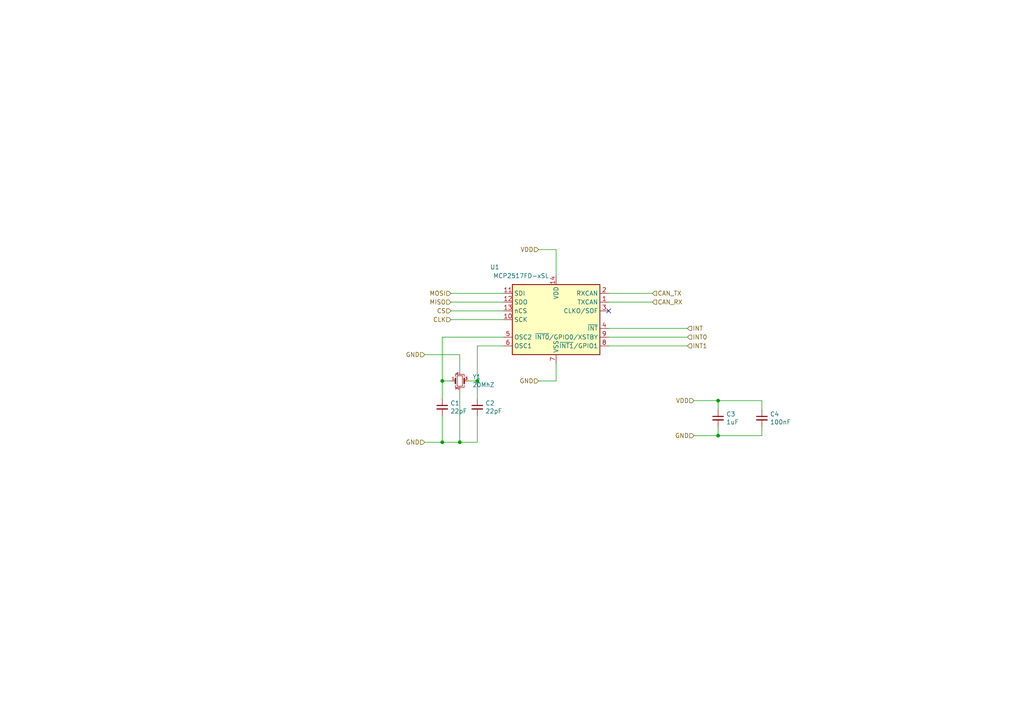
<source format=kicad_sch>
(kicad_sch (version 20211123) (generator eeschema)

  (uuid 1895faed-13c7-4877-930c-ef39a1d7419c)

  (paper "A4")

  (lib_symbols
    (symbol "Device:C_Small" (pin_numbers hide) (pin_names (offset 0.254) hide) (in_bom yes) (on_board yes)
      (property "Reference" "C" (id 0) (at 0.254 1.778 0)
        (effects (font (size 1.27 1.27)) (justify left))
      )
      (property "Value" "C_Small" (id 1) (at 0.254 -2.032 0)
        (effects (font (size 1.27 1.27)) (justify left))
      )
      (property "Footprint" "" (id 2) (at 0 0 0)
        (effects (font (size 1.27 1.27)) hide)
      )
      (property "Datasheet" "~" (id 3) (at 0 0 0)
        (effects (font (size 1.27 1.27)) hide)
      )
      (property "ki_keywords" "capacitor cap" (id 4) (at 0 0 0)
        (effects (font (size 1.27 1.27)) hide)
      )
      (property "ki_description" "Unpolarized capacitor, small symbol" (id 5) (at 0 0 0)
        (effects (font (size 1.27 1.27)) hide)
      )
      (property "ki_fp_filters" "C_*" (id 6) (at 0 0 0)
        (effects (font (size 1.27 1.27)) hide)
      )
      (symbol "C_Small_0_1"
        (polyline
          (pts
            (xy -1.524 -0.508)
            (xy 1.524 -0.508)
          )
          (stroke (width 0.3302) (type default) (color 0 0 0 0))
          (fill (type none))
        )
        (polyline
          (pts
            (xy -1.524 0.508)
            (xy 1.524 0.508)
          )
          (stroke (width 0.3048) (type default) (color 0 0 0 0))
          (fill (type none))
        )
      )
      (symbol "C_Small_1_1"
        (pin passive line (at 0 2.54 270) (length 2.032)
          (name "~" (effects (font (size 1.27 1.27))))
          (number "1" (effects (font (size 1.27 1.27))))
        )
        (pin passive line (at 0 -2.54 90) (length 2.032)
          (name "~" (effects (font (size 1.27 1.27))))
          (number "2" (effects (font (size 1.27 1.27))))
        )
      )
    )
    (symbol "Device:Crystal_GND24_Small" (pin_names (offset 1.016) hide) (in_bom yes) (on_board yes)
      (property "Reference" "Y" (id 0) (at 1.27 4.445 0)
        (effects (font (size 1.27 1.27)) (justify left))
      )
      (property "Value" "Crystal_GND24_Small" (id 1) (at 1.27 2.54 0)
        (effects (font (size 1.27 1.27)) (justify left))
      )
      (property "Footprint" "" (id 2) (at 0 0 0)
        (effects (font (size 1.27 1.27)) hide)
      )
      (property "Datasheet" "~" (id 3) (at 0 0 0)
        (effects (font (size 1.27 1.27)) hide)
      )
      (property "ki_keywords" "quartz ceramic resonator oscillator" (id 4) (at 0 0 0)
        (effects (font (size 1.27 1.27)) hide)
      )
      (property "ki_description" "Four pin crystal, GND on pins 2 and 4, small symbol" (id 5) (at 0 0 0)
        (effects (font (size 1.27 1.27)) hide)
      )
      (property "ki_fp_filters" "Crystal*" (id 6) (at 0 0 0)
        (effects (font (size 1.27 1.27)) hide)
      )
      (symbol "Crystal_GND24_Small_0_1"
        (rectangle (start -0.762 -1.524) (end 0.762 1.524)
          (stroke (width 0) (type default) (color 0 0 0 0))
          (fill (type none))
        )
        (polyline
          (pts
            (xy -1.27 -0.762)
            (xy -1.27 0.762)
          )
          (stroke (width 0.381) (type default) (color 0 0 0 0))
          (fill (type none))
        )
        (polyline
          (pts
            (xy 1.27 -0.762)
            (xy 1.27 0.762)
          )
          (stroke (width 0.381) (type default) (color 0 0 0 0))
          (fill (type none))
        )
        (polyline
          (pts
            (xy -1.27 -1.27)
            (xy -1.27 -1.905)
            (xy 1.27 -1.905)
            (xy 1.27 -1.27)
          )
          (stroke (width 0) (type default) (color 0 0 0 0))
          (fill (type none))
        )
        (polyline
          (pts
            (xy -1.27 1.27)
            (xy -1.27 1.905)
            (xy 1.27 1.905)
            (xy 1.27 1.27)
          )
          (stroke (width 0) (type default) (color 0 0 0 0))
          (fill (type none))
        )
      )
      (symbol "Crystal_GND24_Small_1_1"
        (pin passive line (at -2.54 0 0) (length 1.27)
          (name "1" (effects (font (size 1.27 1.27))))
          (number "1" (effects (font (size 0.762 0.762))))
        )
        (pin passive line (at 0 -2.54 90) (length 0.635)
          (name "2" (effects (font (size 1.27 1.27))))
          (number "2" (effects (font (size 0.762 0.762))))
        )
        (pin passive line (at 2.54 0 180) (length 1.27)
          (name "3" (effects (font (size 1.27 1.27))))
          (number "3" (effects (font (size 0.762 0.762))))
        )
        (pin passive line (at 0 2.54 270) (length 0.635)
          (name "4" (effects (font (size 1.27 1.27))))
          (number "4" (effects (font (size 0.762 0.762))))
        )
      )
    )
    (symbol "Interface_CAN_LIN:MCP2517FD-xSL" (in_bom yes) (on_board yes)
      (property "Reference" "U" (id 0) (at -12.7 12.7 0)
        (effects (font (size 1.27 1.27)) (justify left))
      )
      (property "Value" "MCP2517FD-xSL" (id 1) (at 2.54 12.7 0)
        (effects (font (size 1.27 1.27)) (justify left))
      )
      (property "Footprint" "Package_SO:SOIC-14_3.9x8.7mm_P1.27mm" (id 2) (at 0 -25.4 0)
        (effects (font (size 1.27 1.27)) hide)
      )
      (property "Datasheet" "https://ww1.microchip.com/downloads/en/DeviceDoc/20005688A.pdf" (id 3) (at 0 6.35 0)
        (effects (font (size 1.27 1.27)) hide)
      )
      (property "ki_keywords" "CAN FD Controller SPI" (id 4) (at 0 0 0)
        (effects (font (size 1.27 1.27)) hide)
      )
      (property "ki_description" "External CAN FD Controller with SPI Interface, SOIC-14" (id 5) (at 0 0 0)
        (effects (font (size 1.27 1.27)) hide)
      )
      (property "ki_fp_filters" "SOIC*3.9x8.7mm*P1.27mm*" (id 6) (at 0 0 0)
        (effects (font (size 1.27 1.27)) hide)
      )
      (symbol "MCP2517FD-xSL_0_1"
        (rectangle (start -12.7 10.16) (end 12.7 -10.16)
          (stroke (width 0.254) (type default) (color 0 0 0 0))
          (fill (type background))
        )
      )
      (symbol "MCP2517FD-xSL_1_1"
        (pin output line (at 15.24 5.08 180) (length 2.54)
          (name "TXCAN" (effects (font (size 1.27 1.27))))
          (number "1" (effects (font (size 1.27 1.27))))
        )
        (pin input line (at -15.24 0 0) (length 2.54)
          (name "SCK" (effects (font (size 1.27 1.27))))
          (number "10" (effects (font (size 1.27 1.27))))
        )
        (pin input line (at -15.24 7.62 0) (length 2.54)
          (name "SDI" (effects (font (size 1.27 1.27))))
          (number "11" (effects (font (size 1.27 1.27))))
        )
        (pin output line (at -15.24 5.08 0) (length 2.54)
          (name "SDO" (effects (font (size 1.27 1.27))))
          (number "12" (effects (font (size 1.27 1.27))))
        )
        (pin input line (at -15.24 2.54 0) (length 2.54)
          (name "nCS" (effects (font (size 1.27 1.27))))
          (number "13" (effects (font (size 1.27 1.27))))
        )
        (pin power_in line (at 0 12.7 270) (length 2.54)
          (name "VDD" (effects (font (size 1.27 1.27))))
          (number "14" (effects (font (size 1.27 1.27))))
        )
        (pin input line (at 15.24 7.62 180) (length 2.54)
          (name "RXCAN" (effects (font (size 1.27 1.27))))
          (number "2" (effects (font (size 1.27 1.27))))
        )
        (pin output line (at 15.24 2.54 180) (length 2.54)
          (name "CLKO/SOF" (effects (font (size 1.27 1.27))))
          (number "3" (effects (font (size 1.27 1.27))))
        )
        (pin output line (at 15.24 -2.54 180) (length 2.54)
          (name "~{INT}" (effects (font (size 1.27 1.27))))
          (number "4" (effects (font (size 1.27 1.27))))
        )
        (pin output line (at -15.24 -5.08 0) (length 2.54)
          (name "OSC2" (effects (font (size 1.27 1.27))))
          (number "5" (effects (font (size 1.27 1.27))))
        )
        (pin input line (at -15.24 -7.62 0) (length 2.54)
          (name "OSC1" (effects (font (size 1.27 1.27))))
          (number "6" (effects (font (size 1.27 1.27))))
        )
        (pin power_in line (at 0 -12.7 90) (length 2.54)
          (name "VSS" (effects (font (size 1.27 1.27))))
          (number "7" (effects (font (size 1.27 1.27))))
        )
        (pin bidirectional line (at 15.24 -7.62 180) (length 2.54)
          (name "~{INT1}/GPIO1" (effects (font (size 1.27 1.27))))
          (number "8" (effects (font (size 1.27 1.27))))
        )
        (pin bidirectional line (at 15.24 -5.08 180) (length 2.54)
          (name "~{INT0}/GPIO0/XSTBY" (effects (font (size 1.27 1.27))))
          (number "9" (effects (font (size 1.27 1.27))))
        )
      )
    )
  )

  (junction (at 208.28 126.365) (diameter 0) (color 0 0 0 0)
    (uuid 0fa14366-efdb-45ad-9787-636e7a6f6ddc)
  )
  (junction (at 133.35 128.27) (diameter 0) (color 0 0 0 0)
    (uuid 10a889f2-0c24-46d0-a6a2-0c51f473431a)
  )
  (junction (at 128.27 128.27) (diameter 0) (color 0 0 0 0)
    (uuid 1ee67d46-ad85-414e-8f37-6eef7a38b226)
  )
  (junction (at 138.43 110.49) (diameter 0) (color 0 0 0 0)
    (uuid 4276c345-4176-4a6e-9b90-33dd7813f6f0)
  )
  (junction (at 208.28 116.205) (diameter 0) (color 0 0 0 0)
    (uuid 726bb0e0-1c06-4da8-81d2-c7ffba9d2beb)
  )
  (junction (at 128.27 110.49) (diameter 0) (color 0 0 0 0)
    (uuid 9ed2e15b-03ba-4b88-a753-1e1977660cec)
  )

  (no_connect (at 176.53 90.17) (uuid 821fca9e-f9ec-4508-9739-a3885d949e04))

  (wire (pts (xy 161.29 72.39) (xy 161.29 80.01))
    (stroke (width 0) (type default) (color 0 0 0 0))
    (uuid 01bb289d-98dc-4453-9775-3b2bca754688)
  )
  (wire (pts (xy 128.27 110.49) (xy 128.27 97.79))
    (stroke (width 0) (type default) (color 0 0 0 0))
    (uuid 043f0640-4b92-4339-987d-1b2cfd6d7044)
  )
  (wire (pts (xy 138.43 100.33) (xy 146.05 100.33))
    (stroke (width 0) (type default) (color 0 0 0 0))
    (uuid 04815da8-c180-4c33-b44d-041f27a9b46b)
  )
  (wire (pts (xy 208.28 116.205) (xy 208.28 118.745))
    (stroke (width 0) (type default) (color 0 0 0 0))
    (uuid 0b21bf5b-6f8a-4ac9-a67d-d61f86ccbb88)
  )
  (wire (pts (xy 156.21 72.39) (xy 161.29 72.39))
    (stroke (width 0) (type default) (color 0 0 0 0))
    (uuid 109552c4-7e66-476b-b9e4-2c52113b50cf)
  )
  (wire (pts (xy 201.295 116.205) (xy 208.28 116.205))
    (stroke (width 0) (type default) (color 0 0 0 0))
    (uuid 1c0701ba-e2a0-45e5-8ede-275a1c3c841f)
  )
  (wire (pts (xy 208.28 126.365) (xy 220.98 126.365))
    (stroke (width 0) (type default) (color 0 0 0 0))
    (uuid 1c892eca-e6cf-4620-8e4b-1f2e72cabbd5)
  )
  (wire (pts (xy 176.53 100.33) (xy 199.39 100.33))
    (stroke (width 0) (type default) (color 0 0 0 0))
    (uuid 1eb1685a-69b8-4556-83db-122f351a0efd)
  )
  (wire (pts (xy 128.27 120.65) (xy 128.27 128.27))
    (stroke (width 0) (type default) (color 0 0 0 0))
    (uuid 201e60d0-1709-4e3d-b005-a34f7b11c012)
  )
  (wire (pts (xy 138.43 128.27) (xy 138.43 120.65))
    (stroke (width 0) (type default) (color 0 0 0 0))
    (uuid 2534b2f2-3ac3-4dfb-8cd0-a5b3987d3b29)
  )
  (wire (pts (xy 208.28 116.205) (xy 220.98 116.205))
    (stroke (width 0) (type default) (color 0 0 0 0))
    (uuid 380638c8-ebdd-4003-bc05-f7cce3005d9b)
  )
  (wire (pts (xy 130.81 92.71) (xy 146.05 92.71))
    (stroke (width 0) (type default) (color 0 0 0 0))
    (uuid 3c02877f-8023-432b-bed0-44a4f0e6182c)
  )
  (wire (pts (xy 138.43 115.57) (xy 138.43 110.49))
    (stroke (width 0) (type default) (color 0 0 0 0))
    (uuid 4039095e-ac8d-443e-8942-a11648d6411d)
  )
  (wire (pts (xy 208.28 123.825) (xy 208.28 126.365))
    (stroke (width 0) (type default) (color 0 0 0 0))
    (uuid 457bcc66-5fc8-4862-953f-4600ac181f09)
  )
  (wire (pts (xy 161.29 110.49) (xy 161.29 105.41))
    (stroke (width 0) (type default) (color 0 0 0 0))
    (uuid 472856f5-f0f6-491b-ae98-21259072fa5d)
  )
  (wire (pts (xy 189.23 85.09) (xy 176.53 85.09))
    (stroke (width 0) (type default) (color 0 0 0 0))
    (uuid 4d3db00d-c5f5-442f-be7d-4e206a0e1b43)
  )
  (wire (pts (xy 176.53 87.63) (xy 189.23 87.63))
    (stroke (width 0) (type default) (color 0 0 0 0))
    (uuid 50a5f007-e297-4de7-9303-f109e5e114ee)
  )
  (wire (pts (xy 133.35 113.03) (xy 133.35 128.27))
    (stroke (width 0) (type default) (color 0 0 0 0))
    (uuid 5a246f26-d872-44d9-8918-95f19fe9e148)
  )
  (wire (pts (xy 123.19 102.87) (xy 133.35 102.87))
    (stroke (width 0) (type default) (color 0 0 0 0))
    (uuid 5acef3dd-0df9-4e5f-baee-d964a07ef67d)
  )
  (wire (pts (xy 146.05 90.17) (xy 130.81 90.17))
    (stroke (width 0) (type default) (color 0 0 0 0))
    (uuid 62f1a3fc-8268-4b5d-a896-a907eb4d5fc7)
  )
  (wire (pts (xy 133.35 128.27) (xy 138.43 128.27))
    (stroke (width 0) (type default) (color 0 0 0 0))
    (uuid 662e8e3a-52f9-47b0-8aec-9787c46c8687)
  )
  (wire (pts (xy 138.43 110.49) (xy 138.43 100.33))
    (stroke (width 0) (type default) (color 0 0 0 0))
    (uuid 697be864-6015-4f73-8375-518456fd179c)
  )
  (wire (pts (xy 128.27 115.57) (xy 128.27 110.49))
    (stroke (width 0) (type default) (color 0 0 0 0))
    (uuid 809b37d6-125b-4c73-90ed-8e0f226912ab)
  )
  (wire (pts (xy 146.05 85.09) (xy 130.81 85.09))
    (stroke (width 0) (type default) (color 0 0 0 0))
    (uuid 89325b15-0223-4bed-aa93-89ccb343fad5)
  )
  (wire (pts (xy 220.98 123.825) (xy 220.98 126.365))
    (stroke (width 0) (type default) (color 0 0 0 0))
    (uuid 8bdc9177-81b3-4208-86ed-a776f9a026cd)
  )
  (wire (pts (xy 156.21 110.49) (xy 161.29 110.49))
    (stroke (width 0) (type default) (color 0 0 0 0))
    (uuid 8c0f47e5-978e-460b-8274-0587d87712d9)
  )
  (wire (pts (xy 135.89 110.49) (xy 138.43 110.49))
    (stroke (width 0) (type default) (color 0 0 0 0))
    (uuid 925ccbef-24e3-4885-a762-63dcbc174aa2)
  )
  (wire (pts (xy 128.27 97.79) (xy 146.05 97.79))
    (stroke (width 0) (type default) (color 0 0 0 0))
    (uuid 994a837c-952c-41aa-a332-c9756b1bb724)
  )
  (wire (pts (xy 123.19 128.27) (xy 128.27 128.27))
    (stroke (width 0) (type default) (color 0 0 0 0))
    (uuid b23ae960-0480-4748-bca1-36a677c796b1)
  )
  (wire (pts (xy 128.27 128.27) (xy 133.35 128.27))
    (stroke (width 0) (type default) (color 0 0 0 0))
    (uuid b7a908f6-77d5-4fcb-b2bd-bb9644f9f5a3)
  )
  (wire (pts (xy 176.53 95.25) (xy 199.39 95.25))
    (stroke (width 0) (type default) (color 0 0 0 0))
    (uuid bb6ef109-568b-44bc-8581-0efe5bbc2db4)
  )
  (wire (pts (xy 130.81 110.49) (xy 128.27 110.49))
    (stroke (width 0) (type default) (color 0 0 0 0))
    (uuid c5324748-4c15-4c8c-908d-7a27ead00209)
  )
  (wire (pts (xy 176.53 97.79) (xy 199.39 97.79))
    (stroke (width 0) (type default) (color 0 0 0 0))
    (uuid c5c33d2a-19f8-42bd-9065-209c2c8bdbef)
  )
  (wire (pts (xy 220.98 116.205) (xy 220.98 118.745))
    (stroke (width 0) (type default) (color 0 0 0 0))
    (uuid c5f7dacf-479a-4a31-9afb-d3521aeb8704)
  )
  (wire (pts (xy 201.295 126.365) (xy 208.28 126.365))
    (stroke (width 0) (type default) (color 0 0 0 0))
    (uuid d666b53c-f57b-495f-bccb-17346e481386)
  )
  (wire (pts (xy 133.35 102.87) (xy 133.35 107.95))
    (stroke (width 0) (type default) (color 0 0 0 0))
    (uuid f9717903-3523-4c39-b6ee-52c1065184ab)
  )
  (wire (pts (xy 130.81 87.63) (xy 146.05 87.63))
    (stroke (width 0) (type default) (color 0 0 0 0))
    (uuid fba72d40-b76d-4baa-ad50-b8991aad729a)
  )

  (hierarchical_label "GND" (shape input) (at 123.19 102.87 180)
    (effects (font (size 1.27 1.27)) (justify right))
    (uuid 1e156a92-aa41-4b5e-a45f-0dee50011e1e)
  )
  (hierarchical_label "MOSI" (shape input) (at 130.81 85.09 180)
    (effects (font (size 1.27 1.27)) (justify right))
    (uuid 2ded5c02-7e95-42e6-abc1-17ad245acb46)
  )
  (hierarchical_label "INT1" (shape input) (at 199.39 100.33 0)
    (effects (font (size 1.27 1.27)) (justify left))
    (uuid 2f37f527-ff4e-474c-8e68-658913b8cd9b)
  )
  (hierarchical_label "GND" (shape input) (at 156.21 110.49 180)
    (effects (font (size 1.27 1.27)) (justify right))
    (uuid 39162e16-efde-4959-9313-41a2c1ca6e61)
  )
  (hierarchical_label "VDD" (shape input) (at 156.21 72.39 180)
    (effects (font (size 1.27 1.27)) (justify right))
    (uuid 48dfa1bc-2466-4ab6-b63e-8398d5c8d57a)
  )
  (hierarchical_label "INT0" (shape input) (at 199.39 97.79 0)
    (effects (font (size 1.27 1.27)) (justify left))
    (uuid 4ed2674d-4426-45f0-a666-4892c14850ee)
  )
  (hierarchical_label "INT" (shape input) (at 199.39 95.25 0)
    (effects (font (size 1.27 1.27)) (justify left))
    (uuid 7caf3dd4-0d9c-40c9-8fb9-ca3b013078ef)
  )
  (hierarchical_label "CAN_RX" (shape input) (at 189.23 87.63 0)
    (effects (font (size 1.27 1.27)) (justify left))
    (uuid 7e72a39a-c539-4a9c-8552-35e01b971abd)
  )
  (hierarchical_label "GND" (shape input) (at 201.295 126.365 180)
    (effects (font (size 1.27 1.27)) (justify right))
    (uuid 7fb2d50b-ec85-48ea-b6c5-dbbcce2ea6c5)
  )
  (hierarchical_label "CS" (shape input) (at 130.81 90.17 180)
    (effects (font (size 1.27 1.27)) (justify right))
    (uuid 81569518-7907-44ac-92ab-4df33043fcd7)
  )
  (hierarchical_label "MISO" (shape input) (at 130.81 87.63 180)
    (effects (font (size 1.27 1.27)) (justify right))
    (uuid 8bf324ed-6826-4ae4-8cc1-add9758b1477)
  )
  (hierarchical_label "CAN_TX" (shape input) (at 189.23 85.09 0)
    (effects (font (size 1.27 1.27)) (justify left))
    (uuid 8dc879a6-7356-4583-8c34-8b9f966ae70a)
  )
  (hierarchical_label "CLK" (shape input) (at 130.81 92.71 180)
    (effects (font (size 1.27 1.27)) (justify right))
    (uuid bf13d82c-46b1-4cee-ac2c-8c66a5d6d12e)
  )
  (hierarchical_label "VDD" (shape input) (at 201.295 116.205 180)
    (effects (font (size 1.27 1.27)) (justify right))
    (uuid c911788c-dc6f-46af-982d-9ae64c4a67ed)
  )
  (hierarchical_label "GND" (shape input) (at 123.19 128.27 180)
    (effects (font (size 1.27 1.27)) (justify right))
    (uuid e5931083-8017-4a5d-9f61-7d07460d8a97)
  )

  (symbol (lib_id "Device:C_Small") (at 220.98 121.285 0) (unit 1)
    (in_bom yes) (on_board yes)
    (uuid 022e2ee6-ccdc-4ef1-9f83-6335f42ca4c9)
    (property "Reference" "C4" (id 0) (at 223.3168 120.1166 0)
      (effects (font (size 1.27 1.27)) (justify left))
    )
    (property "Value" "100nF" (id 1) (at 223.3168 122.428 0)
      (effects (font (size 1.27 1.27)) (justify left))
    )
    (property "Footprint" "Capacitor_SMD:C_0603_1608Metric" (id 2) (at 220.98 121.285 0)
      (effects (font (size 1.27 1.27)) hide)
    )
    (property "Datasheet" "~" (id 3) (at 220.98 121.285 0)
      (effects (font (size 1.27 1.27)) hide)
    )
    (property "Voltage" "6.3V" (id 4) (at 220.98 121.285 0)
      (effects (font (size 1.27 1.27)) hide)
    )
    (pin "1" (uuid 4c5eabf9-f3b4-4f7b-bdf3-f34471bae63c))
    (pin "2" (uuid 221bfe99-1292-4ba3-9ec4-f50e1cc88894))
  )

  (symbol (lib_id "Device:Crystal_GND24_Small") (at 133.35 110.49 0) (unit 1)
    (in_bom yes) (on_board yes)
    (uuid 14234535-c254-4771-987e-2e1008cfb35e)
    (property "Reference" "Y1" (id 0) (at 137.0076 109.3216 0)
      (effects (font (size 1.27 1.27)) (justify left))
    )
    (property "Value" "20MhZ" (id 1) (at 137.0076 111.633 0)
      (effects (font (size 1.27 1.27)) (justify left))
    )
    (property "Footprint" "Crystal:Crystal_SMD_Abracon_ABM8G-4Pin_3.2x2.5mm" (id 2) (at 133.35 110.49 0)
      (effects (font (size 1.27 1.27)) hide)
    )
    (property "Datasheet" "~" (id 3) (at 133.35 110.49 0)
      (effects (font (size 1.27 1.27)) hide)
    )
    (property "MPN" "ECS-200-18-33-JGN-TR" (id 4) (at 133.35 110.49 0)
      (effects (font (size 1.27 1.27)) hide)
    )
    (pin "1" (uuid 0e1e30c0-00f8-4361-a750-20be4b9d5e66))
    (pin "2" (uuid 0ef17241-18d7-4c47-a874-e64efd224d2a))
    (pin "3" (uuid d0c93311-f8e2-4d43-a4d6-e1e579bace8b))
    (pin "4" (uuid fba765b3-91c3-47fd-94c6-44cadfdf746c))
  )

  (symbol (lib_id "Device:C_Small") (at 208.28 121.285 0) (unit 1)
    (in_bom yes) (on_board yes)
    (uuid 43561cda-993a-4e64-912b-e25bcd646e26)
    (property "Reference" "C3" (id 0) (at 210.6168 120.1166 0)
      (effects (font (size 1.27 1.27)) (justify left))
    )
    (property "Value" "1uF" (id 1) (at 210.6168 122.428 0)
      (effects (font (size 1.27 1.27)) (justify left))
    )
    (property "Footprint" "Capacitor_SMD:C_0603_1608Metric" (id 2) (at 208.28 121.285 0)
      (effects (font (size 1.27 1.27)) hide)
    )
    (property "Datasheet" "~" (id 3) (at 208.28 121.285 0)
      (effects (font (size 1.27 1.27)) hide)
    )
    (property "Voltage" "6.3V" (id 4) (at 208.28 121.285 0)
      (effects (font (size 1.27 1.27)) hide)
    )
    (pin "1" (uuid 3f2b5b3d-c5ac-4b00-9eb6-0aff51795c3f))
    (pin "2" (uuid 3ec8b1f5-61a2-4976-8cc8-f7709fec9294))
  )

  (symbol (lib_id "Interface_CAN_LIN:MCP2517FD-xSL") (at 161.29 92.71 0) (unit 1)
    (in_bom yes) (on_board yes)
    (uuid 4894af96-0003-49e7-b57f-31b493229554)
    (property "Reference" "U1" (id 0) (at 143.51 77.47 0))
    (property "Value" "MCP2517FD-xSL" (id 1) (at 151.13 80.01 0))
    (property "Footprint" "Package_SO:SOIC-14_3.9x8.7mm_P1.27mm" (id 2) (at 161.29 118.11 0)
      (effects (font (size 1.27 1.27)) hide)
    )
    (property "Datasheet" "https://ww1.microchip.com/downloads/en/DeviceDoc/20005688A.pdf" (id 3) (at 161.29 86.36 0)
      (effects (font (size 1.27 1.27)) hide)
    )
    (property "MPN" "MCP2517FD-H/SL" (id 4) (at 161.29 92.71 0)
      (effects (font (size 1.27 1.27)) hide)
    )
    (property "Digi-Key_PN" "MCP2517FDT-H/SLCT-ND" (id 5) (at 161.29 92.71 0)
      (effects (font (size 1.27 1.27)) hide)
    )
    (pin "1" (uuid c9faa256-9112-4c62-a79e-0368417babda))
    (pin "10" (uuid de634086-f204-4777-a8b4-7cbc48eb93a8))
    (pin "11" (uuid f3cd0510-9316-426d-915e-d63574af6180))
    (pin "12" (uuid b4685baf-e9eb-478e-94ab-9521581e346a))
    (pin "13" (uuid 208ea7dd-fbf9-4c1b-bb44-12d1540d48d1))
    (pin "14" (uuid 25f65cc0-5cc2-47a4-ba84-2bc30475a46c))
    (pin "2" (uuid 03a22d38-f621-4f4b-b980-0ed03450e67b))
    (pin "3" (uuid b7427784-4b9b-4555-9e89-e76e3a24ac6f))
    (pin "4" (uuid 47625042-e3a5-45fb-9f20-c58a355ffd88))
    (pin "5" (uuid ac1ea97f-fed1-456a-a0a8-ca30242acf09))
    (pin "6" (uuid e3e675e4-89af-413f-ac3f-1e4ad6279b03))
    (pin "7" (uuid 914062ab-a1df-4989-9098-0680a41457d8))
    (pin "8" (uuid 554c26ce-5080-46ed-8e8b-1767134abdb6))
    (pin "9" (uuid 767502e9-af4f-4c03-a636-8c2c230e34b0))
  )

  (symbol (lib_id "Device:C_Small") (at 128.27 118.11 0) (unit 1)
    (in_bom yes) (on_board yes)
    (uuid 749d5496-e663-49c9-aa79-f98b1eae1d31)
    (property "Reference" "C1" (id 0) (at 130.6068 116.9416 0)
      (effects (font (size 1.27 1.27)) (justify left))
    )
    (property "Value" "22pF" (id 1) (at 130.6068 119.253 0)
      (effects (font (size 1.27 1.27)) (justify left))
    )
    (property "Footprint" "Capacitor_SMD:C_0603_1608Metric" (id 2) (at 128.27 118.11 0)
      (effects (font (size 1.27 1.27)) hide)
    )
    (property "Datasheet" "~" (id 3) (at 128.27 118.11 0)
      (effects (font (size 1.27 1.27)) hide)
    )
    (property "Voltage" "6.3V" (id 4) (at 128.27 118.11 0)
      (effects (font (size 1.27 1.27)) hide)
    )
    (pin "1" (uuid c128488b-98c2-4dc7-a5c2-8807a45e3635))
    (pin "2" (uuid e4d89a31-37e5-4e93-867c-bcf33b282021))
  )

  (symbol (lib_id "Device:C_Small") (at 138.43 118.11 0) (mirror y) (unit 1)
    (in_bom yes) (on_board yes)
    (uuid eff57262-120d-4a58-a36b-bd3f36ccac2d)
    (property "Reference" "C2" (id 0) (at 140.7668 116.9416 0)
      (effects (font (size 1.27 1.27)) (justify right))
    )
    (property "Value" "22pF" (id 1) (at 140.7668 119.253 0)
      (effects (font (size 1.27 1.27)) (justify right))
    )
    (property "Footprint" "Capacitor_SMD:C_0603_1608Metric" (id 2) (at 138.43 118.11 0)
      (effects (font (size 1.27 1.27)) hide)
    )
    (property "Datasheet" "~" (id 3) (at 138.43 118.11 0)
      (effects (font (size 1.27 1.27)) hide)
    )
    (property "Voltage" "6.3V" (id 4) (at 138.43 118.11 0)
      (effects (font (size 1.27 1.27)) hide)
    )
    (pin "1" (uuid db1f1a13-53fb-4b87-9e7f-da6c12fd13a9))
    (pin "2" (uuid fb74b80f-5509-4cc9-87c7-61b7193a9631))
  )
)

</source>
